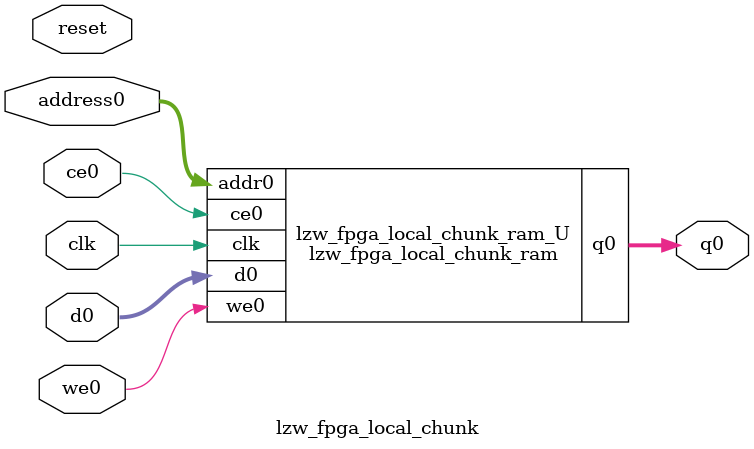
<source format=v>
`timescale 1 ns / 1 ps
module lzw_fpga_local_chunk_ram (addr0, ce0, d0, we0, q0,  clk);

parameter DWIDTH = 8;
parameter AWIDTH = 13;
parameter MEM_SIZE = 8192;

input[AWIDTH-1:0] addr0;
input ce0;
input[DWIDTH-1:0] d0;
input we0;
output reg[DWIDTH-1:0] q0;
input clk;

reg [DWIDTH-1:0] ram[0:MEM_SIZE-1];




always @(posedge clk)  
begin 
    if (ce0) begin
        if (we0) 
            ram[addr0] <= d0; 
        q0 <= ram[addr0];
    end
end


endmodule

`timescale 1 ns / 1 ps
module lzw_fpga_local_chunk(
    reset,
    clk,
    address0,
    ce0,
    we0,
    d0,
    q0);

parameter DataWidth = 32'd8;
parameter AddressRange = 32'd8192;
parameter AddressWidth = 32'd13;
input reset;
input clk;
input[AddressWidth - 1:0] address0;
input ce0;
input we0;
input[DataWidth - 1:0] d0;
output[DataWidth - 1:0] q0;



lzw_fpga_local_chunk_ram lzw_fpga_local_chunk_ram_U(
    .clk( clk ),
    .addr0( address0 ),
    .ce0( ce0 ),
    .we0( we0 ),
    .d0( d0 ),
    .q0( q0 ));

endmodule


</source>
